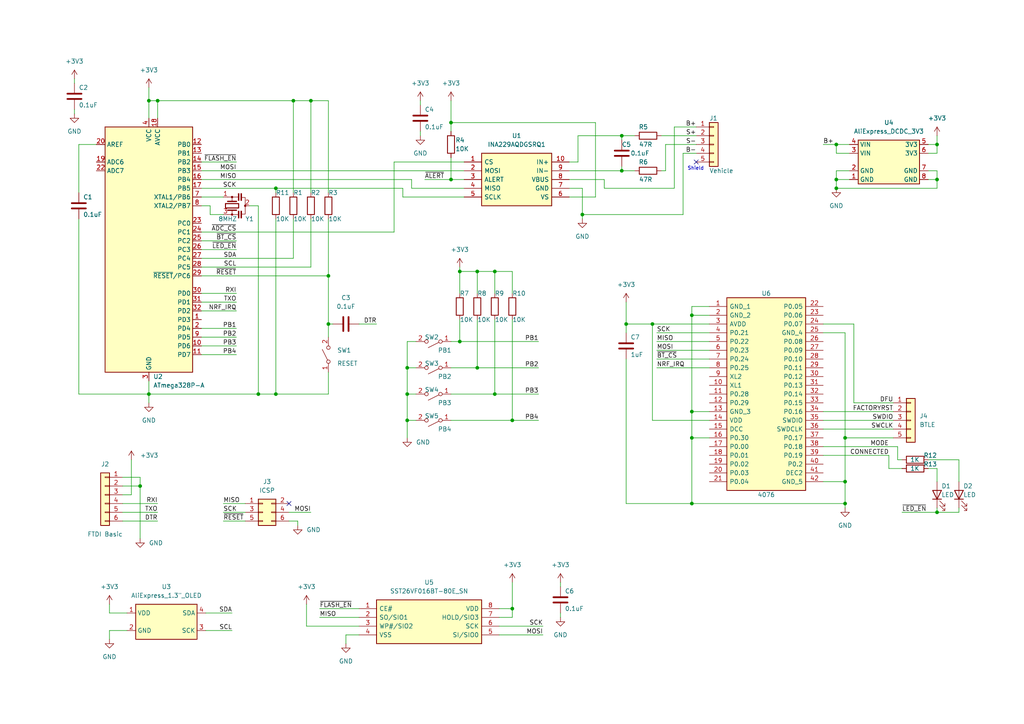
<source format=kicad_sch>
(kicad_sch (version 20211123) (generator eeschema)
  (paper "A4")
  (title_block (rev "1.1"))
  (lib_symbols
    (symbol "Ben:AliExpress_1.3{dblquote}_OLED"
      (property "Reference" "U3" (at 0 7.62 0))
      (property "Value" "AliExpress_1.3\"_OLED" (at 0 -7.62 0))
      (symbol "AliExpress_1.3{dblquote}_OLED_0_1"
        (rectangle (start -8.89 5.08) (end 8.89 -5.08) (stroke (width 0.254)) (fill (type background)))
      )
      (symbol "AliExpress_1.3{dblquote}_OLED_1_1"
        (pin power_in line (at -11.43 2.54 0) (length 2.54) (name "VDD") (number "1"))
        (pin power_in line (at -11.43 -2.54 0) (length 2.54) (name "GND") (number "2"))
        (pin input line (at 11.43 -2.54 180) (length 2.54) (name "SCK") (number "3"))
        (pin bidirectional line (at 11.43 2.54 180) (length 2.54) (name "SDA") (number "4"))
      )
    )
    (symbol "Ben:AliExpress_DCDC_3V3"
      (property "Reference" "U4" (at 0 11.43 0))
      (property "Value" "AliExpress_DCDC_3V3" (at 0 8.89 0))
      (symbol "AliExpress_DCDC_3V3_0_1"
        (rectangle (start -8.89 6.35) (end 8.89 -6.35) (stroke (width 0.254)) (fill (type background)))
      )
      (symbol "AliExpress_DCDC_3V3_1_1"
        (pin power_in line (at -11.43 5.08 0) (length 2.54) (name "GND") (number "1"))
        (pin power_in line (at -11.43 2.54 0) (length 2.54) (name "GND") (number "2"))
        (pin power_in line (at -11.43 -2.54 0) (length 2.54) (name "VIN") (number "3"))
        (pin power_in line (at -11.43 -5.08 0) (length 2.54) (name "VIN") (number "4"))
        (pin power_out line (at 11.43 -5.08 180) (length 2.54) (name "3V3") (number "5"))
        (pin power_out line (at 11.43 -2.54 180) (length 2.54) (name "3V3") (number "6"))
        (pin power_out line (at 11.43 2.54 180) (length 2.54) (name "GND") (number "7"))
        (pin power_out line (at 11.43 5.08 180) (length 2.54) (name "GND") (number "8"))
      )
    )
    (symbol "Connector_Generic:Conn_01x05" (pin_names (offset 1.016) hide)
      (property "Reference" "J" (at 0 7.62 0))
      (property "Value" "Conn_01x05" (at 0 -7.62 0))
      (symbol "Conn_01x05_1_1"
        (rectangle (start -1.27 -4.953) (end 0 -5.207) (stroke (width 0.1524)))
        (rectangle (start -1.27 -2.413) (end 0 -2.667) (stroke (width 0.1524)))
        (rectangle (start -1.27 0.127) (end 0 -0.127) (stroke (width 0.1524)))
        (rectangle (start -1.27 2.667) (end 0 2.413) (stroke (width 0.1524)))
        (rectangle (start -1.27 5.207) (end 0 4.953) (stroke (width 0.1524)))
        (rectangle (start -1.27 6.35) (end 1.27 -6.35) (stroke (width 0.254)) (fill (type background)))
        (pin passive line (at -5.08 5.08 0) (length 3.81) (name "Pin_1") (number "1"))
        (pin passive line (at -5.08 2.54 0) (length 3.81) (name "Pin_2") (number "2"))
        (pin passive line (at -5.08 0 0) (length 3.81) (name "Pin_3") (number "3"))
        (pin passive line (at -5.08 -2.54 0) (length 3.81) (name "Pin_4") (number "4"))
        (pin passive line (at -5.08 -5.08 0) (length 3.81) (name "Pin_5") (number "5"))
      )
    )
    (symbol "Connector_Generic:Conn_01x06" (pin_names (offset 1.016) hide)
      (property "Reference" "J" (at 0 7.62 0))
      (property "Value" "Conn_01x06" (at 0 -10.16 0))
      (symbol "Conn_01x06_1_1"
        (rectangle (start -1.27 -7.493) (end 0 -7.747) (stroke (width 0.1524)))
        (rectangle (start -1.27 -4.953) (end 0 -5.207) (stroke (width 0.1524)))
        (rectangle (start -1.27 -2.413) (end 0 -2.667) (stroke (width 0.1524)))
        (rectangle (start -1.27 0.127) (end 0 -0.127) (stroke (width 0.1524)))
        (rectangle (start -1.27 2.667) (end 0 2.413) (stroke (width 0.1524)))
        (rectangle (start -1.27 5.207) (end 0 4.953) (stroke (width 0.1524)))
        (rectangle (start -1.27 6.35) (end 1.27 -8.89) (stroke (width 0.254)) (fill (type background)))
        (pin passive line (at -5.08 5.08 0) (length 3.81) (name "Pin_1") (number "1"))
        (pin passive line (at -5.08 2.54 0) (length 3.81) (name "Pin_2") (number "2"))
        (pin passive line (at -5.08 0 0) (length 3.81) (name "Pin_3") (number "3"))
        (pin passive line (at -5.08 -2.54 0) (length 3.81) (name "Pin_4") (number "4"))
        (pin passive line (at -5.08 -5.08 0) (length 3.81) (name "Pin_5") (number "5"))
        (pin passive line (at -5.08 -7.62 0) (length 3.81) (name "Pin_6") (number "6"))
      )
    )
    (symbol "Connector_Generic:Conn_02x03_Odd_Even" (pin_names (offset 1.016) hide)
      (property "Reference" "J" (at 1.27 5.08 0))
      (property "Value" "Conn_02x03_Odd_Even" (at 1.27 -5.08 0))
      (symbol "Conn_02x03_Odd_Even_1_1"
        (rectangle (start -1.27 -2.413) (end 0 -2.667) (stroke (width 0.1524)))
        (rectangle (start -1.27 0.127) (end 0 -0.127) (stroke (width 0.1524)))
        (rectangle (start -1.27 2.667) (end 0 2.413) (stroke (width 0.1524)))
        (rectangle (start -1.27 3.81) (end 3.81 -3.81) (stroke (width 0.254)) (fill (type background)))
        (rectangle (start 3.81 -2.413) (end 2.54 -2.667) (stroke (width 0.1524)))
        (rectangle (start 3.81 0.127) (end 2.54 -0.127) (stroke (width 0.1524)))
        (rectangle (start 3.81 2.667) (end 2.54 2.413) (stroke (width 0.1524)))
        (pin passive line (at -5.08 2.54 0) (length 3.81) (name "Pin_1") (number "1"))
        (pin passive line (at 7.62 2.54 180) (length 3.81) (name "Pin_2") (number "2"))
        (pin passive line (at -5.08 0 0) (length 3.81) (name "Pin_3") (number "3"))
        (pin passive line (at 7.62 0 180) (length 3.81) (name "Pin_4") (number "4"))
        (pin passive line (at -5.08 -2.54 0) (length 3.81) (name "Pin_5") (number "5"))
        (pin passive line (at 7.62 -2.54 180) (length 3.81) (name "Pin_6") (number "6"))
      )
    )
    (symbol "Device:C" (pin_numbers hide) (pin_names (offset 0.254))
      (property "Reference" "C" (at 0.635 2.54 0))
      (property "Value" "C" (at 0.635 -2.54 0))
      (symbol "C_0_1"
        (polyline (pts (xy -2.032 -0.762) (xy 2.032 -0.762)) (stroke (width 0.508)))
        (polyline (pts (xy -2.032 0.762) (xy 2.032 0.762)) (stroke (width 0.508)))
      )
      (symbol "C_1_1"
        (pin passive line (at 0 3.81 270) (length 2.794) (name "~") (number "1"))
        (pin passive line (at 0 -3.81 90) (length 2.794) (name "~") (number "2"))
      )
    )
    (symbol "Device:LED" (pin_numbers hide) (pin_names (offset 1.016) hide)
      (property "Reference" "D" (at 0 2.54 0))
      (property "Value" "LED" (at 0 -2.54 0))
      (symbol "LED_0_1"
        (polyline (pts (xy -1.27 -1.27) (xy -1.27 1.27)) (stroke (width 0.254)))
        (polyline (pts (xy -1.27 0) (xy 1.27 0)))
        (polyline (pts (xy 1.27 -1.27) (xy 1.27 1.27) (xy -1.27 0) (xy 1.27 -1.27)) (stroke (width 0.254)))
        (polyline (pts (xy -3.048 -0.762) (xy -4.572 -2.286) (xy -3.81 -2.286) (xy -4.572 -2.286) (xy -4.572 -1.524)))
        (polyline (pts (xy -1.778 -0.762) (xy -3.302 -2.286) (xy -2.54 -2.286) (xy -3.302 -2.286) (xy -3.302 -1.524)))
      )
      (symbol "LED_1_1"
        (pin passive line (at -3.81 0 0) (length 2.54) (name "K") (number "1"))
        (pin passive line (at 3.81 0 180) (length 2.54) (name "A") (number "2"))
      )
    )
    (symbol "Device:R" (pin_numbers hide) (pin_names (offset 0))
      (property "Reference" "R" (at 2.032 0 90))
      (property "Value" "R" (at 0 0 90))
      (symbol "R_0_1"
        (rectangle (start -1.016 -2.54) (end 1.016 2.54) (stroke (width 0.254)))
      )
      (symbol "R_1_1"
        (pin passive line (at 0 3.81 270) (length 1.27) (name "~") (number "1"))
        (pin passive line (at 0 -3.81 90) (length 1.27) (name "~") (number "2"))
      )
    )
    (symbol "Device:Resonator_Small" (pin_names (offset 1.016) hide)
      (property "Reference" "Y" (at 3.175 1.905 0))
      (property "Value" "Resonator_Small" (at 3.175 0 0))
      (symbol "Resonator_Small_0_1"
        (rectangle (start -3.556 -2.54) (end -1.524 -2.794) (fill (type outline)))
        (rectangle (start -3.556 -1.778) (end -1.524 -2.032) (fill (type outline)))
        (circle (center -2.54 0) (radius 0.254) (fill (type outline)))
        (rectangle (start -0.635 1.905) (end 0.635 -1.905) (stroke (width 0.3048)))
        (circle (center 0 -3.81) (radius 0.254) (fill (type outline)))
        (polyline (pts (xy -2.54 -1.778) (xy -2.54 0)))
        (polyline (pts (xy -2.54 0) (xy -1.397 0)))
        (polyline (pts (xy -2.54 1.27) (xy -2.54 0)))
        (polyline (pts (xy -1.27 -1.27) (xy -1.27 1.27)) (stroke (width 0.381)))
        (polyline (pts (xy 1.27 -1.27) (xy 1.27 1.27)) (stroke (width 0.381)))
        (polyline (pts (xy 1.27 0) (xy 2.54 0)))
        (polyline (pts (xy 2.54 0) (xy 2.54 -1.778)))
        (polyline (pts (xy 2.54 1.27) (xy 2.54 0)))
        (polyline (pts (xy 2.413 -2.794) (xy 2.413 -3.81) (xy -2.413 -3.81) (xy -2.413 -2.667)))
        (rectangle (start 1.524 -2.54) (end 3.556 -2.794) (fill (type outline)))
        (rectangle (start 1.524 -1.778) (end 3.556 -2.032) (fill (type outline)))
        (circle (center 2.54 0) (radius 0.254) (fill (type outline)))
      )
      (symbol "Resonator_Small_1_1"
        (pin passive line (at -2.54 2.54 270) (length 1.27) (name "1") (number "1"))
        (pin passive line (at 0 -5.08 90) (length 1.27) (name "2") (number "2"))
        (pin passive line (at 2.54 2.54 270) (length 1.27) (name "3") (number "3"))
      )
    )
    (symbol "MCU_Microchip_ATmega:ATmega328P-A"
      (property "Reference" "U" (at -12.7 36.83 0))
      (property "Value" "ATmega328P-A" (at 2.54 -36.83 0))
      (symbol "ATmega328P-A_0_1"
        (rectangle (start -12.7 -35.56) (end 12.7 35.56) (stroke (width 0.254)) (fill (type background)))
      )
      (symbol "ATmega328P-A_1_1"
        (pin bidirectional line (at 15.24 -20.32 180) (length 2.54) (name "PD3") (number "1"))
        (pin bidirectional line (at 15.24 -27.94 180) (length 2.54) (name "PD6") (number "10"))
        (pin bidirectional line (at 15.24 -30.48 180) (length 2.54) (name "PD7") (number "11"))
        (pin bidirectional line (at 15.24 30.48 180) (length 2.54) (name "PB0") (number "12"))
        (pin bidirectional line (at 15.24 27.94 180) (length 2.54) (name "PB1") (number "13"))
        (pin bidirectional line (at 15.24 25.4 180) (length 2.54) (name "PB2") (number "14"))
        (pin bidirectional line (at 15.24 22.86 180) (length 2.54) (name "PB3") (number "15"))
        (pin bidirectional line (at 15.24 20.32 180) (length 2.54) (name "PB4") (number "16"))
        (pin bidirectional line (at 15.24 17.78 180) (length 2.54) (name "PB5") (number "17"))
        (pin power_in line (at 2.54 38.1 270) (length 2.54) (name "AVCC") (number "18"))
        (pin input line (at -15.24 25.4 0) (length 2.54) (name "ADC6") (number "19"))
        (pin bidirectional line (at 15.24 -22.86 180) (length 2.54) (name "PD4") (number "2"))
        (pin passive line (at -15.24 30.48 0) (length 2.54) (name "AREF") (number "20"))
        (pin passive line (at 0 -38.1 90) (length 2.54) hide (name "GND") (number "21"))
        (pin input line (at -15.24 22.86 0) (length 2.54) (name "ADC7") (number "22"))
        (pin bidirectional line (at 15.24 7.62 180) (length 2.54) (name "PC0") (number "23"))
        (pin bidirectional line (at 15.24 5.08 180) (length 2.54) (name "PC1") (number "24"))
        (pin bidirectional line (at 15.24 2.54 180) (length 2.54) (name "PC2") (number "25"))
        (pin bidirectional line (at 15.24 0 180) (length 2.54) (name "PC3") (number "26"))
        (pin bidirectional line (at 15.24 -2.54 180) (length 2.54) (name "PC4") (number "27"))
        (pin bidirectional line (at 15.24 -5.08 180) (length 2.54) (name "PC5") (number "28"))
        (pin bidirectional line (at 15.24 -7.62 180) (length 2.54) (name "~{RESET}/PC6") (number "29"))
        (pin power_in line (at 0 -38.1 90) (length 2.54) (name "GND") (number "3"))
        (pin bidirectional line (at 15.24 -12.7 180) (length 2.54) (name "PD0") (number "30"))
        (pin bidirectional line (at 15.24 -15.24 180) (length 2.54) (name "PD1") (number "31"))
        (pin bidirectional line (at 15.24 -17.78 180) (length 2.54) (name "PD2") (number "32"))
        (pin power_in line (at 0 38.1 270) (length 2.54) (name "VCC") (number "4"))
        (pin passive line (at 0 -38.1 90) (length 2.54) hide (name "GND") (number "5"))
        (pin passive line (at 0 38.1 270) (length 2.54) hide (name "VCC") (number "6"))
        (pin bidirectional line (at 15.24 15.24 180) (length 2.54) (name "XTAL1/PB6") (number "7"))
        (pin bidirectional line (at 15.24 12.7 180) (length 2.54) (name "XTAL2/PB7") (number "8"))
        (pin bidirectional line (at 15.24 -25.4 180) (length 2.54) (name "PD5") (number "9"))
      )
    )
    (symbol "SamacSys_Parts:4076" (pin_names (offset 0.762))
      (property "Reference" "nRF51822_BTLE_Module" (at 16.51 -54.61 0))
      (property "Value" "4076" (at 16.51 5.08 0))
      (symbol "4076_0_0"
        (pin passive line (at 0 0 0) (length 5.08) (name "GND_1") (number "1"))
        (pin passive line (at 0 -22.86 0) (length 5.08) (name "XL1") (number "10"))
        (pin passive line (at 0 -25.4 0) (length 5.08) (name "P0.28") (number "11"))
        (pin passive line (at 0 -27.94 0) (length 5.08) (name "P0.29") (number "12"))
        (pin passive line (at 0 -30.48 0) (length 5.08) (name "GND_3") (number "13"))
        (pin passive line (at 0 -33.02 0) (length 5.08) (name "VDD") (number "14"))
        (pin passive line (at 0 -35.56 0) (length 5.08) (name "DCC") (number "15"))
        (pin passive line (at 0 -38.1 0) (length 5.08) (name "P0.30") (number "16"))
        (pin passive line (at 0 -40.64 0) (length 5.08) (name "P0.00") (number "17"))
        (pin passive line (at 0 -43.18 0) (length 5.08) (name "P0.01") (number "18"))
        (pin passive line (at 0 -45.72 0) (length 5.08) (name "P0.02") (number "19"))
        (pin passive line (at 0 -2.54 0) (length 5.08) (name "GND_2") (number "2"))
        (pin passive line (at 0 -48.26 0) (length 5.08) (name "P0.03") (number "20"))
        (pin passive line (at 0 -50.8 0) (length 5.08) (name "P0.04") (number "21"))
        (pin passive line (at 33.02 0 180) (length 5.08) (name "P0.05") (number "22"))
        (pin passive line (at 33.02 -2.54 180) (length 5.08) (name "P0.06") (number "23"))
        (pin passive line (at 33.02 -5.08 180) (length 5.08) (name "P0.07") (number "24"))
        (pin passive line (at 33.02 -7.62 180) (length 5.08) (name "GND_4") (number "25"))
        (pin passive line (at 33.02 -10.16 180) (length 5.08) (name "P0.08") (number "26"))
        (pin passive line (at 33.02 -12.7 180) (length 5.08) (name "P0.09") (number "27"))
        (pin passive line (at 33.02 -15.24 180) (length 5.08) (name "P0.10") (number "28"))
        (pin passive line (at 33.02 -17.78 180) (length 5.08) (name "P0.11") (number "29"))
        (pin passive line (at 0 -5.08 0) (length 5.08) (name "AVDD") (number "3"))
        (pin passive line (at 33.02 -20.32 180) (length 5.08) (name "P0.12") (number "30"))
        (pin passive line (at 33.02 -22.86 180) (length 5.08) (name "P0.13") (number "31"))
        (pin passive line (at 33.02 -25.4 180) (length 5.08) (name "P0.14") (number "32"))
        (pin passive line (at 33.02 -27.94 180) (length 5.08) (name "P0.15") (number "33"))
        (pin passive line (at 33.02 -30.48 180) (length 5.08) (name "P0.16") (number "34"))
        (pin passive line (at 33.02 -33.02 180) (length 5.08) (name "SWDIO") (number "35"))
        (pin passive line (at 33.02 -35.56 180) (length 5.08) (name "SWDCLK") (number "36"))
        (pin passive line (at 33.02 -38.1 180) (length 5.08) (name "P0.17") (number "37"))
        (pin passive line (at 33.02 -40.64 180) (length 5.08) (name "P0.18") (number "38"))
        (pin passive line (at 33.02 -43.18 180) (length 5.08) (name "P0.19") (number "39"))
        (pin passive line (at 0 -7.62 0) (length 5.08) (name "P0.21") (number "4"))
        (pin passive line (at 33.02 -45.72 180) (length 5.08) (name "P0.2") (number "40"))
        (pin passive line (at 33.02 -48.26 180) (length 5.08) (name "DEC2") (number "41"))
        (pin passive line (at 33.02 -50.8 180) (length 5.08) (name "GND_5") (number "42"))
        (pin passive line (at 0 -10.16 0) (length 5.08) (name "P0.22") (number "5"))
        (pin passive line (at 0 -12.7 0) (length 5.08) (name "P0.23") (number "6"))
        (pin passive line (at 0 -15.24 0) (length 5.08) (name "P0.24") (number "7"))
        (pin passive line (at 0 -17.78 0) (length 5.08) (name "P0.25") (number "8"))
        (pin passive line (at 0 -20.32 0) (length 5.08) (name "XL2") (number "9"))
      )
      (symbol "4076_0_1"
        (polyline (pts (xy 5.08 2.54) (xy 27.94 2.54) (xy 27.94 -53.34) (xy 5.08 -53.34) (xy 5.08 2.54)) (stroke (width 0.254)) (fill (type background)))
      )
    )
    (symbol "SamacSys_Parts:INA229AQDGSRQ1" (pin_names (offset 0.762))
      (property "Reference" "U1" (at 15.24 7.62 0))
      (property "Value" "INA229AQDGSRQ1" (at 15.24 5.08 0))
      (symbol "INA229AQDGSRQ1_0_0"
        (pin passive line (at 0 0 0) (length 5.08) (name "CS") (number "1"))
        (pin passive line (at 30.48 0 180) (length 5.08) (name "IN+") (number "10"))
        (pin passive line (at 0 -2.54 0) (length 5.08) (name "MOSI") (number "2"))
        (pin passive line (at 0 -5.08 0) (length 5.08) (name "ALERT") (number "3"))
        (pin passive line (at 0 -7.62 0) (length 5.08) (name "MISO") (number "4"))
        (pin passive line (at 0 -10.16 0) (length 5.08) (name "SCLK") (number "5"))
        (pin passive line (at 30.48 -10.16 180) (length 5.08) (name "VS") (number "6"))
        (pin passive line (at 30.48 -7.62 180) (length 5.08) (name "GND") (number "7"))
        (pin passive line (at 30.48 -5.08 180) (length 5.08) (name "VBUS") (number "8"))
        (pin passive line (at 30.48 -2.54 180) (length 5.08) (name "IN-") (number "9"))
      )
      (symbol "INA229AQDGSRQ1_0_1"
        (polyline (pts (xy 5.08 2.54) (xy 25.4 2.54) (xy 25.4 -12.7) (xy 5.08 -12.7) (xy 5.08 2.54)) (stroke (width 0.254)) (fill (type background)))
      )
    )
    (symbol "SamacSys_Parts:SST26VF016BT-80E_SN" (pin_names (offset 0.762))
      (property "Reference" "IC?" (at 20.32 7.62 0))
      (property "Value" "SST26VF016BT-80E_SN" (at 20.32 5.08 0))
      (symbol "SST26VF016BT-80E_SN_0_0"
        (pin passive line (at 0 0 0) (length 5.08) (name "CE#") (number "1"))
        (pin passive line (at 0 -2.54 0) (length 5.08) (name "SO/SIO1") (number "2"))
        (pin passive line (at 0 -5.08 0) (length 5.08) (name "WP#/SIO2") (number "3"))
        (pin passive line (at 0 -7.62 0) (length 5.08) (name "VSS") (number "4"))
        (pin passive line (at 40.64 -7.62 180) (length 5.08) (name "SI/SIO0") (number "5"))
        (pin passive line (at 40.64 -5.08 180) (length 5.08) (name "SCK") (number "6"))
        (pin passive line (at 40.64 -2.54 180) (length 5.08) (name "HOLD/SIO3") (number "7"))
        (pin passive line (at 40.64 0 180) (length 5.08) (name "VDD") (number "8"))
      )
      (symbol "SST26VF016BT-80E_SN_0_1"
        (polyline (pts (xy 5.08 2.54) (xy 35.56 2.54) (xy 35.56 -10.16) (xy 5.08 -10.16) (xy 5.08 2.54)) (stroke (width 0.254)) (fill (type background)))
      )
    )
    (symbol "Switch:SW_SPST" (pin_names (offset 0) hide)
      (property "Reference" "SW" (at 0 3.175 0))
      (property "Value" "SW_SPST" (at 0 -2.54 0))
      (symbol "SW_SPST_0_0"
        (circle (center -2.032 0) (radius 0.508))
        (polyline (pts (xy -1.524 0.254) (xy 1.524 1.778)))
        (circle (center 2.032 0) (radius 0.508))
      )
      (symbol "SW_SPST_1_1"
        (pin passive line (at -5.08 0 0) (length 2.54) (name "A") (number "1"))
        (pin passive line (at 5.08 0 180) (length 2.54) (name "B") (number "2"))
      )
    )
    (symbol "power:+3.3V" (power) (pin_names (offset 0))
      (property "Value" "+3.3V" (at 0 3.556 0))
      (symbol "+3.3V_0_1"
        (polyline (pts (xy -0.762 1.27) (xy 0 2.54)))
        (polyline (pts (xy 0 0) (xy 0 2.54)))
        (polyline (pts (xy 0 2.54) (xy 0.762 1.27)))
      )
      (symbol "+3.3V_1_1"
        (pin power_in line (at 0 0 90) (length 0) hide (name "+3V3") (number "1"))
      )
    )
    (symbol "power:GND" (power) (pin_names (offset 0))
      (property "Value" "GND" (at 0 -3.81 0))
      (symbol "GND_0_1"
        (polyline (pts (xy 0 0) (xy 0 -1.27) (xy 1.27 -1.27) (xy 0 -2.54) (xy -1.27 -1.27) (xy 0 -1.27)))
      )
      (symbol "GND_1_1"
        (pin power_in line (at 0 0 270) (length 0) hide (name "GND") (number "1"))
      )
    )
  )
  (junction (at 138.43 106.68))
  (junction (at 74.93 114.3))
  (junction (at 245.11 139.7))
  (junction (at 43.18 114.3))
  (junction (at 143.51 114.3))
  (junction (at 85.09 29.21))
  (junction (at 271.78 52.07))
  (junction (at 138.43 78.74))
  (junction (at 80.01 54.61))
  (junction (at 118.11 121.92))
  (junction (at 40.64 140.97))
  (junction (at 242.57 54.61))
  (junction (at 168.91 62.23))
  (junction (at 45.72 29.21))
  (junction (at 80.01 114.3))
  (junction (at 189.23 93.98))
  (junction (at 271.78 41.91))
  (junction (at 245.11 127))
  (junction (at 200.66 91.44))
  (junction (at 242.57 52.07))
  (junction (at 133.35 78.74))
  (junction (at 118.11 106.68))
  (junction (at 148.59 121.92))
  (junction (at 148.59 176.53))
  (junction (at 118.11 114.3))
  (junction (at 130.81 35.56))
  (junction (at 180.34 39.37))
  (junction (at 181.61 93.98))
  (junction (at 245.11 146.05))
  (junction (at 133.35 99.06))
  (junction (at 200.66 127))
  (junction (at 200.66 119.38))
  (junction (at 130.81 52.07))
  (junction (at 95.25 93.98))
  (junction (at 43.18 29.21))
  (junction (at 271.78 148.59))
  (junction (at 90.17 29.21))
  (junction (at 242.57 41.91))
  (junction (at 200.66 146.05))
  (junction (at 143.51 78.74))
  (junction (at 95.25 80.01))
  (junction (at 180.34 49.53))
  (no_connect (at 83.82 146.05))
  (no_connect (at 201.93 46.99))
  (wire (pts (xy 95.25 93.98) (xy 96.52 93.98)))
  (wire (pts (xy 58.42 54.61) (xy 80.01 54.61)))
  (wire (pts (xy 165.1 46.99) (xy 167.64 46.99)))
  (wire (pts (xy 21.59 31.75) (xy 21.59 33.02)))
  (wire (pts (xy 180.34 48.26) (xy 180.34 49.53)))
  (wire (pts (xy 85.09 63.5) (xy 85.09 74.93)))
  (wire (pts (xy 58.42 85.09) (xy 68.58 85.09)))
  (wire (pts (xy 60.96 62.23) (xy 60.96 59.69)))
  (wire (pts (xy 181.61 104.14) (xy 181.61 146.05)))
  (wire (pts (xy 246.38 49.53) (xy 242.57 49.53)))
  (wire (pts (xy 238.76 129.54) (xy 260.35 129.54)))
  (wire (pts (xy 168.91 54.61) (xy 168.91 62.23)))
  (wire (pts (xy 190.5 101.6) (xy 205.74 101.6)))
  (wire (pts (xy 238.76 41.91) (xy 242.57 41.91)))
  (wire (pts (xy 31.75 175.26) (xy 31.75 177.8)))
  (wire (pts (xy 172.72 35.56) (xy 172.72 57.15)))
  (wire (pts (xy 242.57 49.53) (xy 242.57 52.07)))
  (wire (pts (xy 119.38 54.61) (xy 134.62 54.61)))
  (wire (pts (xy 193.04 49.53) (xy 191.77 49.53)))
  (wire (pts (xy 238.76 139.7) (xy 245.11 139.7)))
  (wire (pts (xy 167.64 46.99) (xy 167.64 39.37)))
  (wire (pts (xy 118.11 121.92) (xy 120.65 121.92)))
  (wire (pts (xy 247.65 93.98) (xy 247.65 116.84)))
  (wire (pts (xy 190.5 99.06) (xy 205.74 99.06)))
  (wire (pts (xy 123.19 52.07) (xy 130.81 52.07)))
  (wire (pts (xy 148.59 78.74) (xy 143.51 78.74)))
  (wire (pts (xy 138.43 106.68) (xy 138.43 92.71)))
  (wire (pts (xy 190.5 96.52) (xy 205.74 96.52)))
  (wire (pts (xy 148.59 176.53) (xy 148.59 179.07)))
  (wire (pts (xy 271.78 44.45) (xy 269.24 44.45)))
  (wire (pts (xy 138.43 78.74) (xy 133.35 78.74)))
  (wire (pts (xy 58.42 49.53) (xy 134.62 49.53)))
  (wire (pts (xy 80.01 63.5) (xy 80.01 114.3)))
  (wire (pts (xy 271.78 147.32) (xy 271.78 148.59)))
  (wire (pts (xy 271.78 52.07) (xy 269.24 52.07)))
  (wire (pts (xy 130.81 114.3) (xy 143.51 114.3)))
  (wire (pts (xy 130.81 38.1) (xy 130.81 35.56)))
  (wire (pts (xy 58.42 100.33) (xy 68.58 100.33)))
  (wire (pts (xy 138.43 78.74) (xy 138.43 85.09)))
  (wire (pts (xy 114.3 46.99) (xy 134.62 46.99)))
  (wire (pts (xy 43.18 110.49) (xy 43.18 114.3)))
  (wire (pts (xy 90.17 77.47) (xy 90.17 63.5)))
  (wire (pts (xy 95.25 93.98) (xy 95.25 97.79)))
  (wire (pts (xy 189.23 93.98) (xy 189.23 121.92)))
  (wire (pts (xy 118.11 106.68) (xy 118.11 114.3)))
  (wire (pts (xy 22.86 41.91) (xy 22.86 55.88)))
  (wire (pts (xy 242.57 44.45) (xy 242.57 41.91)))
  (wire (pts (xy 247.65 116.84) (xy 259.08 116.84)))
  (wire (pts (xy 195.58 36.83) (xy 201.93 36.83)))
  (wire (pts (xy 201.93 44.45) (xy 198.12 44.45)))
  (wire (pts (xy 130.81 29.21) (xy 130.81 35.56)))
  (wire (pts (xy 238.76 96.52) (xy 245.11 96.52)))
  (wire (pts (xy 200.66 127) (xy 200.66 146.05)))
  (wire (pts (xy 64.77 62.23) (xy 60.96 62.23)))
  (wire (pts (xy 80.01 54.61) (xy 116.84 54.61)))
  (wire (pts (xy 245.11 147.32) (xy 245.11 146.05)))
  (wire (pts (xy 245.11 127) (xy 259.08 127)))
  (wire (pts (xy 45.72 146.05) (xy 35.56 146.05)))
  (wire (pts (xy 58.42 90.17) (xy 68.58 90.17)))
  (wire (pts (xy 271.78 148.59) (xy 278.13 148.59)))
  (wire (pts (xy 278.13 148.59) (xy 278.13 147.32)))
  (wire (pts (xy 58.42 87.63) (xy 68.58 87.63)))
  (wire (pts (xy 181.61 146.05) (xy 200.66 146.05)))
  (wire (pts (xy 45.72 29.21) (xy 85.09 29.21)))
  (wire (pts (xy 119.38 52.07) (xy 119.38 54.61)))
  (wire (pts (xy 257.81 132.08) (xy 257.81 135.89)))
  (wire (pts (xy 100.33 186.69) (xy 100.33 184.15)))
  (wire (pts (xy 260.35 133.35) (xy 261.62 133.35)))
  (wire (pts (xy 59.69 182.88) (xy 67.31 182.88)))
  (wire (pts (xy 31.75 177.8) (xy 36.83 177.8)))
  (wire (pts (xy 116.84 54.61) (xy 116.84 57.15)))
  (wire (pts (xy 162.56 168.91) (xy 162.56 170.18)))
  (wire (pts (xy 269.24 135.89) (xy 271.78 135.89)))
  (wire (pts (xy 148.59 121.92) (xy 156.21 121.92)))
  (wire (pts (xy 130.81 106.68) (xy 138.43 106.68)))
  (wire (pts (xy 95.25 107.95) (xy 95.25 114.3)))
  (wire (pts (xy 189.23 121.92) (xy 205.74 121.92)))
  (wire (pts (xy 58.42 80.01) (xy 95.25 80.01)))
  (wire (pts (xy 168.91 62.23) (xy 168.91 63.5)))
  (wire (pts (xy 200.66 119.38) (xy 205.74 119.38)))
  (wire (pts (xy 130.81 121.92) (xy 148.59 121.92)))
  (wire (pts (xy 144.78 181.61) (xy 157.48 181.61)))
  (wire (pts (xy 27.94 41.91) (xy 22.86 41.91)))
  (wire (pts (xy 200.66 88.9) (xy 205.74 88.9)))
  (wire (pts (xy 238.76 93.98) (xy 247.65 93.98)))
  (wire (pts (xy 198.12 44.45) (xy 198.12 62.23)))
  (wire (pts (xy 261.62 148.59) (xy 271.78 148.59)))
  (wire (pts (xy 165.1 52.07) (xy 175.26 52.07)))
  (wire (pts (xy 271.78 39.37) (xy 271.78 41.91)))
  (wire (pts (xy 246.38 44.45) (xy 242.57 44.45)))
  (wire (pts (xy 121.92 38.1) (xy 121.92 39.37)))
  (wire (pts (xy 58.42 102.87) (xy 68.58 102.87)))
  (wire (pts (xy 116.84 57.15) (xy 134.62 57.15)))
  (wire (pts (xy 120.65 106.68) (xy 118.11 106.68)))
  (wire (pts (xy 90.17 29.21) (xy 90.17 55.88)))
  (wire (pts (xy 205.74 91.44) (xy 200.66 91.44)))
  (wire (pts (xy 118.11 106.68) (xy 118.11 99.06)))
  (wire (pts (xy 58.42 72.39) (xy 68.58 72.39)))
  (wire (pts (xy 35.56 138.43) (xy 40.64 138.43)))
  (wire (pts (xy 74.93 59.69) (xy 74.93 114.3)))
  (wire (pts (xy 100.33 184.15) (xy 104.14 184.15)))
  (wire (pts (xy 80.01 54.61) (xy 80.01 55.88)))
  (wire (pts (xy 175.26 52.07) (xy 175.26 54.61)))
  (wire (pts (xy 193.04 41.91) (xy 201.93 41.91)))
  (wire (pts (xy 130.81 52.07) (xy 130.81 45.72)))
  (wire (pts (xy 271.78 41.91) (xy 271.78 44.45)))
  (wire (pts (xy 121.92 29.21) (xy 121.92 30.48)))
  (wire (pts (xy 58.42 52.07) (xy 119.38 52.07)))
  (wire (pts (xy 118.11 114.3) (xy 120.65 114.3)))
  (wire (pts (xy 180.34 40.64) (xy 180.34 39.37)))
  (wire (pts (xy 58.42 67.31) (xy 114.3 67.31)))
  (wire (pts (xy 95.25 55.88) (xy 95.25 29.21)))
  (wire (pts (xy 35.56 143.51) (xy 38.1 143.51)))
  (wire (pts (xy 83.82 151.13) (xy 86.36 151.13)))
  (wire (pts (xy 134.62 52.07) (xy 130.81 52.07)))
  (wire (pts (xy 58.42 69.85) (xy 68.58 69.85)))
  (wire (pts (xy 189.23 93.98) (xy 181.61 93.98)))
  (wire (pts (xy 148.59 121.92) (xy 148.59 92.71)))
  (wire (pts (xy 92.71 179.07) (xy 104.14 179.07)))
  (wire (pts (xy 162.56 177.8) (xy 162.56 179.07)))
  (wire (pts (xy 165.1 54.61) (xy 168.91 54.61)))
  (wire (pts (xy 59.69 177.8) (xy 67.31 177.8)))
  (wire (pts (xy 133.35 99.06) (xy 156.21 99.06)))
  (wire (pts (xy 246.38 52.07) (xy 242.57 52.07)))
  (wire (pts (xy 80.01 114.3) (xy 74.93 114.3)))
  (wire (pts (xy 143.51 114.3) (xy 156.21 114.3)))
  (wire (pts (xy 58.42 97.79) (xy 68.58 97.79)))
  (wire (pts (xy 271.78 54.61) (xy 242.57 54.61)))
  (wire (pts (xy 58.42 74.93) (xy 85.09 74.93)))
  (wire (pts (xy 64.77 146.05) (xy 71.12 146.05)))
  (wire (pts (xy 144.78 184.15) (xy 157.48 184.15)))
  (wire (pts (xy 95.25 114.3) (xy 80.01 114.3)))
  (wire (pts (xy 58.42 57.15) (xy 64.77 57.15)))
  (wire (pts (xy 35.56 140.97) (xy 40.64 140.97)))
  (wire (pts (xy 271.78 49.53) (xy 269.24 49.53)))
  (wire (pts (xy 200.66 127) (xy 205.74 127)))
  (wire (pts (xy 271.78 52.07) (xy 271.78 49.53)))
  (wire (pts (xy 175.26 54.61) (xy 195.58 54.61)))
  (wire (pts (xy 38.1 133.35) (xy 38.1 143.51)))
  (wire (pts (xy 148.59 85.09) (xy 148.59 78.74)))
  (wire (pts (xy 64.77 151.13) (xy 71.12 151.13)))
  (wire (pts (xy 167.64 39.37) (xy 180.34 39.37)))
  (wire (pts (xy 269.24 133.35) (xy 278.13 133.35)))
  (wire (pts (xy 104.14 93.98) (xy 109.22 93.98)))
  (wire (pts (xy 257.81 135.89) (xy 261.62 135.89)))
  (wire (pts (xy 83.82 148.59) (xy 90.17 148.59)))
  (wire (pts (xy 31.75 182.88) (xy 36.83 182.88)))
  (wire (pts (xy 193.04 41.91) (xy 193.04 49.53)))
  (wire (pts (xy 172.72 57.15) (xy 165.1 57.15)))
  (wire (pts (xy 180.34 49.53) (xy 184.15 49.53)))
  (wire (pts (xy 58.42 46.99) (xy 68.58 46.99)))
  (wire (pts (xy 95.25 93.98) (xy 95.25 80.01)))
  (wire (pts (xy 198.12 62.23) (xy 168.91 62.23)))
  (wire (pts (xy 195.58 54.61) (xy 195.58 36.83)))
  (wire (pts (xy 260.35 129.54) (xy 260.35 133.35)))
  (wire (pts (xy 45.72 148.59) (xy 35.56 148.59)))
  (wire (pts (xy 43.18 25.4) (xy 43.18 29.21)))
  (wire (pts (xy 133.35 99.06) (xy 130.81 99.06)))
  (wire (pts (xy 85.09 29.21) (xy 85.09 55.88)))
  (wire (pts (xy 58.42 95.25) (xy 68.58 95.25)))
  (wire (pts (xy 191.77 39.37) (xy 201.93 39.37)))
  (wire (pts (xy 190.5 104.14) (xy 205.74 104.14)))
  (wire (pts (xy 165.1 49.53) (xy 180.34 49.53)))
  (wire (pts (xy 45.72 151.13) (xy 35.56 151.13)))
  (wire (pts (xy 200.66 91.44) (xy 200.66 88.9)))
  (wire (pts (xy 43.18 29.21) (xy 45.72 29.21)))
  (wire (pts (xy 242.57 52.07) (xy 242.57 54.61)))
  (wire (pts (xy 22.86 114.3) (xy 43.18 114.3)))
  (wire (pts (xy 22.86 63.5) (xy 22.86 114.3)))
  (wire (pts (xy 130.81 35.56) (xy 172.72 35.56)))
  (wire (pts (xy 181.61 93.98) (xy 181.61 96.52)))
  (wire (pts (xy 190.5 106.68) (xy 205.74 106.68)))
  (wire (pts (xy 180.34 39.37) (xy 184.15 39.37)))
  (wire (pts (xy 133.35 78.74) (xy 133.35 85.09)))
  (wire (pts (xy 133.35 77.47) (xy 133.35 78.74)))
  (wire (pts (xy 58.42 77.47) (xy 90.17 77.47)))
  (wire (pts (xy 200.66 127) (xy 200.66 119.38)))
  (wire (pts (xy 138.43 106.68) (xy 156.21 106.68)))
  (wire (pts (xy 64.77 148.59) (xy 71.12 148.59)))
  (wire (pts (xy 88.9 181.61) (xy 104.14 181.61)))
  (wire (pts (xy 271.78 41.91) (xy 269.24 41.91)))
  (wire (pts (xy 45.72 29.21) (xy 45.72 34.29)))
  (wire (pts (xy 31.75 185.42) (xy 31.75 182.88)))
  (wire (pts (xy 245.11 146.05) (xy 200.66 146.05)))
  (wire (pts (xy 278.13 133.35) (xy 278.13 139.7)))
  (wire (pts (xy 246.38 41.91) (xy 242.57 41.91)))
  (wire (pts (xy 60.96 59.69) (xy 58.42 59.69)))
  (wire (pts (xy 271.78 135.89) (xy 271.78 139.7)))
  (wire (pts (xy 40.64 138.43) (xy 40.64 140.97)))
  (wire (pts (xy 88.9 175.26) (xy 88.9 181.61)))
  (wire (pts (xy 144.78 179.07) (xy 148.59 179.07)))
  (wire (pts (xy 40.64 140.97) (xy 40.64 156.21)))
  (wire (pts (xy 120.65 99.06) (xy 118.11 99.06)))
  (wire (pts (xy 133.35 92.71) (xy 133.35 99.06)))
  (wire (pts (xy 43.18 114.3) (xy 43.18 116.84)))
  (wire (pts (xy 95.25 29.21) (xy 90.17 29.21)))
  (wire (pts (xy 200.66 119.38) (xy 200.66 91.44)))
  (wire (pts (xy 118.11 121.92) (xy 118.11 127)))
  (wire (pts (xy 92.71 176.53) (xy 104.14 176.53)))
  (wire (pts (xy 245.11 96.52) (xy 245.11 127)))
  (wire (pts (xy 114.3 67.31) (xy 114.3 46.99)))
  (wire (pts (xy 148.59 168.91) (xy 148.59 176.53)))
  (wire (pts (xy 85.09 29.21) (xy 90.17 29.21)))
  (wire (pts (xy 271.78 52.07) (xy 271.78 54.61)))
  (wire (pts (xy 238.76 132.08) (xy 257.81 132.08)))
  (wire (pts (xy 181.61 87.63) (xy 181.61 93.98)))
  (wire (pts (xy 74.93 114.3) (xy 43.18 114.3)))
  (wire (pts (xy 245.11 127) (xy 245.11 139.7)))
  (wire (pts (xy 95.25 80.01) (xy 95.25 63.5)))
  (wire (pts (xy 143.51 114.3) (xy 143.51 92.71)))
  (wire (pts (xy 72.39 59.69) (xy 74.93 59.69)))
  (wire (pts (xy 143.51 78.74) (xy 143.51 85.09)))
  (wire (pts (xy 144.78 176.53) (xy 148.59 176.53)))
  (wire (pts (xy 238.76 119.38) (xy 259.08 119.38)))
  (wire (pts (xy 21.59 22.86) (xy 21.59 24.13)))
  (wire (pts (xy 238.76 121.92) (xy 259.08 121.92)))
  (wire (pts (xy 143.51 78.74) (xy 138.43 78.74)))
  (wire (pts (xy 205.74 93.98) (xy 189.23 93.98)))
  (wire (pts (xy 86.36 151.13) (xy 86.36 152.4)))
  (wire (pts (xy 43.18 29.21) (xy 43.18 34.29)))
  (wire (pts (xy 245.11 139.7) (xy 245.11 146.05)))
  (wire (pts (xy 238.76 124.46) (xy 259.08 124.46)))
  (wire (pts (xy 118.11 114.3) (xy 118.11 121.92)))
  (text "Shield" (at 199.39 49.53 0) (effects (font (size 1 1)) (justify left bottom)))
  (label "PB4" (at 156.21 121.92 180))
  (label "DFU" (at 259.08 116.84 180))
  (label "SCL" (at 68.58 77.47 180))
  (label "~{BT_CS}" (at 68.58 69.85 180))
  (label "~{ALERT}" (at 123.19 52.07 0))
  (label "MOSI" (at 90.17 148.59 180))
  (label "RXI" (at 45.72 146.05 180))
  (label "MOSI" (at 68.58 49.53 180))
  (label "FACTORYRST" (at 259.08 119.38 180))
  (label "B-" (at 201.93 44.45 180))
  (label "MISO" (at 68.58 52.07 180))
  (label "SDA" (at 67.31 177.8 180))
  (label "PB1" (at 68.58 95.25 180))
  (label "PB3" (at 156.21 114.3 180))
  (label "SWCLK" (at 259.08 124.46 180))
  (label "RXI" (at 68.58 85.09 180))
  (label "~{RESET}" (at 64.77 151.13 0))
  (label "MISO" (at 190.5 99.06 0))
  (label "SWDIO" (at 259.08 121.92 180))
  (label "MISO" (at 92.71 179.07 0))
  (label "~{BT_CS}" (at 190.5 104.14 0))
  (label "TXO" (at 68.58 87.63 180))
  (label "B+" (at 238.76 41.91 0))
  (label "PB4" (at 68.58 102.87 180))
  (label "~{ADC_CS}" (at 68.58 67.31 180))
  (label "S+" (at 201.93 39.37 180))
  (label "SCK" (at 68.58 54.61 180))
  (label "~{LED_EN}" (at 68.58 72.39 180))
  (label "SCK" (at 157.48 181.61 180))
  (label "NRF_IRQ" (at 68.58 90.17 180))
  (label "~{RESET}" (at 68.58 80.01 180))
  (label "~{LED_EN}" (at 261.62 148.59 0))
  (label "SCK" (at 64.77 148.59 0))
  (label "SCL" (at 67.31 182.88 180))
  (label "DTR" (at 45.72 151.13 180))
  (label "~{FLASH_EN}" (at 68.58 46.99 180))
  (label "DTR" (at 109.22 93.98 180))
  (label "CONNECTED" (at 257.81 132.08 180))
  (label "B+" (at 201.93 36.83 180))
  (label "MISO" (at 64.77 146.05 0))
  (label "S-" (at 201.93 41.91 180))
  (label "PB1" (at 156.21 99.06 180))
  (label "MOSI" (at 190.5 101.6 0))
  (label "SCK" (at 190.5 96.52 0))
  (label "~{FLASH_EN}" (at 92.71 176.53 0))
  (label "PB3" (at 68.58 100.33 180))
  (label "MODE" (at 257.81 129.54 180))
  (label "MOSI" (at 157.48 184.15 180))
  (label "SDA" (at 68.58 74.93 180))
  (label "TXO" (at 45.72 148.59 180))
  (label "PB2" (at 68.58 97.79 180))
  (label "NRF_IRQ" (at 190.5 106.68 0))
  (label "PB2" (at 156.21 106.68 180))
  (symbol (lib_id "power:GND") (at 162.56 179.07 0) (unit 1)
    (property "Reference" "#PWR06" (effects hide))
    (property "Value" "GND" (at 162.56 184.15 0))
  )
  (symbol (lib_id "power:GND") (at 21.59 33.02 0) (unit 1)
    (property "Reference" "#PWR0104" (effects hide))
    (property "Value" "GND" (at 21.59 38.1 0))
  )
  (symbol (lib_id "power:+3.3V") (at 148.59 168.91 0) (unit 1)
    (property "Reference" "#PWR04" (effects hide))
    (property "Value" "+3.3V" (at 148.59 163.83 0))
  )
  (symbol (lib_id "power:+3.3V") (at 181.61 87.63 0) (unit 1)
    (property "Reference" "#PWR0122" (effects hide))
    (property "Value" "+3.3V" (at 181.61 82.55 0))
  )
  (symbol (lib_id "Switch:SW_SPST") (at 125.73 99.06 180) (unit 1)
    (property "Reference" "SW2" (at 123.19 97.79 0) (effects (justify right)))
    (property "Value" "PB1" (at 127 101.6 0) (effects (justify right)))
    (property "Footprint" "SamacSys_Parts:TL3301BF160QJ" (effects hide))
  )
  (symbol (lib_id "power:+3.3V") (at 130.81 29.21 0) (unit 1)
    (property "Reference" "#PWR0106" (effects hide))
    (property "Value" "+3.3V" (at 130.81 24.13 0))
  )
  (symbol (lib_id "Switch:SW_SPST") (at 125.73 114.3 180) (unit 1)
    (property "Reference" "SW4" (at 123.19 113.03 0) (effects (justify right)))
    (property "Value" "PB3" (at 127 116.84 0) (effects (justify right)))
    (property "Footprint" "SamacSys_Parts:TL3301BF160QJ" (effects hide))
  )
  (symbol (lib_id "Device:R") (at 265.43 135.89 90) (unit 1)
    (property "Reference" "R13" (at 271.78 134.62 90) (effects (justify left)))
    (property "Value" "1K" (at 266.7 135.89 90) (effects (justify left)))
    (property "Footprint" "Resistor_SMD:R_0603_1608Metric_Pad0.98x0.95mm_HandSolder" (effects hide))
  )
  (symbol (lib_id "Device:R") (at 148.59 88.9 0) (unit 1)
    (property "Reference" "R10" (at 148.59 85.09 0) (effects (justify left)))
    (property "Value" "10K" (at 148.59 92.71 0) (effects (justify left)))
    (property "Footprint" "Resistor_SMD:R_0603_1608Metric_Pad0.98x0.95mm_HandSolder" (effects hide))
  )
  (symbol (lib_id "Device:Resonator_Small") (at 67.31 59.69 90) (mirror x) (unit 1)
    (property "Reference" "Y1" (at 72.39 63.5 90))
    (property "Value" "8MHZ" (at 66.04 63.5 90))
    (property "Footprint" "Crystal:Resonator_SMD_Murata_CSTxExxV-3Pin_3.0x1.1mm_HandSoldering" (effects hide))
    (property "Datasheet" "https://au.mouser.com/datasheet/2/281/murata_04192018_CSTN_CeramResonCERAL-1323383.pdf" (effects hide))
    (property "Part" "CSTNE8M00G55Z000R0" (effects hide))
  )
  (symbol (lib_id "SamacSys_Parts:INA229AQDGSRQ1") (at 134.62 46.99 0) (unit 1)
    (property "Reference" "U1" (at 149.86 39.37 0))
    (property "Value" "INA229AQDGSRQ1" (at 149.86 41.91 0))
    (property "Footprint" "SamacSys_Parts:SOP50P490X110-10N" (effects hide))
    (property "Datasheet" "https://www.ti.com/lit/ds/symlink/ina229-q1.pdf?ts=1625593362739" (effects hide))
    (property "Description" "Current & Power Monitors & Regulators AEC-Q100, 85-V, 20-bit, ultraprecise, SPI output current/voltage/power/energy/charge monitor" (effects hide))
    (property "Height" "1.1" (effects hide))
    (property "Mouser Part Number" "595-INA229AQDGSRQ1" (effects hide))
    (property "Mouser Price/Stock" "https://www.mouser.co.uk/ProductDetail/Texas-Instruments/INA229AQDGSRQ1?qs=QNEnbhJQKvYTGkxSAfXBrQ%3D%3D" (effects hide))
    (property "Manufacturer_Name" "Texas Instruments" (effects hide))
    (property "Manufacturer_Part_Number" "INA229AQDGSRQ1" (effects hide))
  )
  (symbol (lib_id "power:GND") (at 86.36 152.4 0) (unit 1)
    (property "Reference" "#PWR01" (effects hide))
    (property "Value" "GND" (at 88.9 153.6699 0) (effects (justify left)))
  )
  (symbol (lib_id "power:+3.3V") (at 21.59 22.86 0) (unit 1)
    (property "Reference" "#PWR0101" (effects hide))
    (property "Value" "+3.3V" (at 21.59 17.78 0))
  )
  (symbol (lib_id "Device:C") (at 121.92 34.29 0) (unit 1)
    (property "Reference" "C4" (at 123.19 31.75 0) (effects (justify left)))
    (property "Value" "0.1uF" (at 123.19 36.83 0) (effects (justify left)))
    (property "Footprint" "Capacitor_SMD:C_0603_1608Metric_Pad1.08x0.95mm_HandSolder" (effects hide))
  )
  (symbol (lib_id "power:GND") (at 100.33 186.69 0) (unit 1)
    (property "Reference" "#PWR03" (effects hide))
    (property "Value" "GND" (at 100.33 191.77 0))
  )
  (symbol (lib_id "Switch:SW_SPST") (at 95.25 102.87 90) (unit 1)
    (property "Reference" "SW1" (at 97.79 101.6 90) (effects (justify right)))
    (property "Value" "RESET" (at 97.79 105.41 90) (effects (justify right)))
    (property "Footprint" "SamacSys_Parts:PTS526SK15SMTR2LFS" (effects hide))
  )
  (symbol (lib_id "Ben:AliExpress_DCDC_3V3") (at 257.81 46.99 0) (mirror x) (unit 1)
    (property "Reference" "U4" (at 257.81 35.56 0))
    (property "Value" "AliExpress_DCDC_3V3" (at 257.81 38.1 0))
    (property "Footprint" "Ben:AliExpress_DCDC_SMT" (effects hide))
  )
  (symbol (lib_id "power:GND") (at 40.64 156.21 0) (unit 1)
    (property "Reference" "#PWR0115" (effects hide))
    (property "Value" "GND" (at 43.18 157.4799 0) (effects (justify left)))
  )
  (symbol (lib_id "power:+3.3V") (at 31.75 175.26 0) (unit 1)
    (property "Reference" "#PWR0108" (effects hide))
    (property "Value" "+3.3V" (at 31.75 170.18 0))
  )
  (symbol (lib_id "Ben:AliExpress_1.3{dblquote}_OLED") (at 48.26 180.34 0) (unit 1)
    (property "Reference" "U3" (at 48.26 170.18 0))
    (property "Value" "AliExpress_1.3\"_OLED" (at 48.26 172.72 0))
    (property "Footprint" "Ben:AliExpress_1.3_OLED" (effects hide))
  )
  (symbol (lib_id "power:+3.3V") (at 133.35 77.47 0) (unit 1)
    (property "Reference" "#PWR0117" (effects hide))
    (property "Value" "+3.3V" (at 133.35 72.39 0))
  )
  (symbol (lib_id "SamacSys_Parts:4076") (at 205.74 88.9 0) (unit 1)
    (property "Reference" "U6" (at 222.25 85.09 0))
    (property "Value" "4076" (at 222.25 143.51 0))
    (property "Footprint" "SamacSys_Parts:4076" (effects hide))
    (property "Datasheet" "https://cdn-shop.adafruit.com/product-files/4076/4076_specification.pdf" (effects hide))
    (property "Description" "nRF51822 Bluetooth Low Energy Module - MDBT40-256RV3" (effects hide))
    (property "Height" "2.7" (effects hide))
    (property "Mouser Part Number" "485-4076" (effects hide))
    (property "Mouser Price/Stock" "https://www.mouser.co.uk/ProductDetail/Adafruit/4076?qs=vLWxofP3U2z293Q%2F9mXb1w%3D%3D" (effects hide))
    (property "Manufacturer_Name" "Adafruit" (effects hide))
    (property "Manufacturer_Part_Number" "4076" (effects hide))
  )
  (symbol (lib_id "Device:C") (at 100.33 93.98 90) (unit 1)
    (property "Reference" "C3" (at 100.33 86.36 90))
    (property "Value" "0.1uF" (at 100.33 88.9 90))
    (property "Footprint" "Capacitor_SMD:C_0603_1608Metric_Pad1.08x0.95mm_HandSolder" (effects hide))
  )
  (symbol (lib_id "Device:R") (at 265.43 133.35 90) (unit 1)
    (property "Reference" "R12" (at 271.78 132.08 90) (effects (justify left)))
    (property "Value" "1K" (at 266.7 133.35 90) (effects (justify left)))
    (property "Footprint" "Resistor_SMD:R_0603_1608Metric_Pad0.98x0.95mm_HandSolder" (effects hide))
  )
  (symbol (lib_id "Device:C") (at 22.86 59.69 0) (unit 1)
    (property "Reference" "C1" (at 24.13 57.15 0) (effects (justify left)))
    (property "Value" "0.1uF" (at 24.13 62.23 0) (effects (justify left)))
    (property "Footprint" "Capacitor_SMD:C_0603_1608Metric_Pad1.08x0.95mm_HandSolder" (effects hide))
  )
  (symbol (lib_id "power:GND") (at 43.18 116.84 0) (unit 1)
    (property "Reference" "#PWR0103" (effects hide))
    (property "Value" "GND" (at 43.18 121.92 0))
  )
  (symbol (lib_id "Device:LED") (at 271.78 143.51 90) (unit 1)
    (property "Reference" "D1" (at 273.05 140.97 90) (effects (justify right)))
    (property "Value" "LED" (at 273.05 143.51 90) (effects (justify right)))
    (property "Footprint" "LED_SMD:LED_0603_1608Metric_Pad1.05x0.95mm_HandSolder" (effects hide))
  )
  (symbol (lib_id "Switch:SW_SPST") (at 125.73 106.68 180) (unit 1)
    (property "Reference" "SW3" (at 123.19 105.41 0) (effects (justify right)))
    (property "Value" "PB2" (at 127 109.22 0) (effects (justify right)))
    (property "Footprint" "SamacSys_Parts:TL3301BF160QJ" (effects hide))
  )
  (symbol (lib_id "Device:R") (at 95.25 59.69 0) (unit 1)
    (property "Reference" "R3" (at 95.25 55.88 0) (effects (justify left)))
    (property "Value" "10K" (at 95.25 63.5 0) (effects (justify left)))
    (property "Footprint" "Resistor_SMD:R_0603_1608Metric_Pad0.98x0.95mm_HandSolder" (effects hide))
  )
  (symbol (lib_id "power:GND") (at 118.11 127 0) (unit 1)
    (property "Reference" "#PWR0116" (effects hide))
    (property "Value" "GND" (at 120.65 128.2699 0) (effects (justify left)))
  )
  (symbol (lib_id "Connector_Generic:Conn_01x05") (at 264.16 121.92 0) (unit 1)
    (property "Reference" "J4" (at 266.7 120.6499 0) (effects (justify left)))
    (property "Value" "BTLE" (at 266.7 123.1899 0) (effects (justify left)))
    (property "Footprint" "Connector_PinHeader_2.54mm:PinHeader_1x05_P2.54mm_Vertical" (effects hide))
  )
  (symbol (lib_id "power:GND") (at 31.75 185.42 0) (unit 1)
    (property "Reference" "#PWR0110" (effects hide))
    (property "Value" "GND" (at 31.75 190.5 0))
  )
  (symbol (lib_id "Device:R") (at 80.01 59.69 0) (unit 1)
    (property "Reference" "R11" (at 80.01 55.88 0) (effects (justify left)))
    (property "Value" "10K" (at 80.01 63.5 0) (effects (justify left)))
    (property "Footprint" "Resistor_SMD:R_0603_1608Metric_Pad0.98x0.95mm_HandSolder" (effects hide))
  )
  (symbol (lib_id "Device:R") (at 133.35 88.9 0) (unit 1)
    (property "Reference" "R7" (at 133.35 85.09 0) (effects (justify left)))
    (property "Value" "10K" (at 133.35 92.71 0) (effects (justify left)))
    (property "Footprint" "Resistor_SMD:R_0603_1608Metric_Pad0.98x0.95mm_HandSolder" (effects hide))
  )
  (symbol (lib_id "Device:R") (at 138.43 88.9 0) (unit 1)
    (property "Reference" "R8" (at 138.43 85.09 0) (effects (justify left)))
    (property "Value" "10K" (at 138.43 92.71 0) (effects (justify left)))
    (property "Footprint" "Resistor_SMD:R_0603_1608Metric_Pad0.98x0.95mm_HandSolder" (effects hide))
  )
  (symbol (lib_id "power:+3.3V") (at 43.18 25.4 0) (unit 1)
    (property "Reference" "#PWR0102" (effects hide))
    (property "Value" "+3.3V" (at 43.18 20.32 0))
  )
  (symbol (lib_id "Device:R") (at 187.96 49.53 90) (unit 1)
    (property "Reference" "R6" (at 187.96 46.99 90) (effects (justify left)))
    (property "Value" "47R" (at 189.23 52.07 90) (effects (justify left)))
    (property "Footprint" "Resistor_SMD:R_0603_1608Metric_Pad0.98x0.95mm_HandSolder" (effects hide))
  )
  (symbol (lib_id "Device:C") (at 21.59 27.94 0) (unit 1)
    (property "Reference" "C2" (at 22.86 25.4 0) (effects (justify left)))
    (property "Value" "0.1uF" (at 22.86 30.48 0) (effects (justify left)))
    (property "Footprint" "Capacitor_SMD:C_0603_1608Metric_Pad1.08x0.95mm_HandSolder" (effects hide))
  )
  (symbol (lib_id "MCU_Microchip_ATmega:ATmega328P-A") (at 43.18 72.39 0) (unit 1)
    (property "Reference" "U2" (at 44.45 109.22 0) (effects (justify left)))
    (property "Value" "ATmega328P-A" (at 44.45 111.76 0) (effects (justify left)))
    (property "Footprint" "Package_QFP:TQFP-32_7x7mm_P0.8mm" (effects hide))
    (property "Datasheet" "http://ww1.microchip.com/downloads/en/DeviceDoc/ATmega328_P%20AVR%20MCU%20with%20picoPower%20Technology%20Data%20Sheet%2040001984A.pdf" (effects hide))
  )
  (symbol (lib_id "Device:C") (at 180.34 44.45 180) (unit 1)
    (property "Reference" "C5" (at 180.34 41.91 0) (effects (justify right)))
    (property "Value" "0.1uF" (at 182.88 44.45 0) (effects (justify right)))
    (property "Footprint" "Capacitor_SMD:C_0603_1608Metric_Pad1.08x0.95mm_HandSolder" (effects hide))
  )
  (symbol (lib_id "Device:R") (at 143.51 88.9 0) (unit 1)
    (property "Reference" "R9" (at 143.51 85.09 0) (effects (justify left)))
    (property "Value" "10K" (at 143.51 92.71 0) (effects (justify left)))
    (property "Footprint" "Resistor_SMD:R_0603_1608Metric_Pad0.98x0.95mm_HandSolder" (effects hide))
  )
  (symbol (lib_id "power:GND") (at 121.92 39.37 0) (unit 1)
    (property "Reference" "#PWR0105" (effects hide))
    (property "Value" "GND" (at 121.92 44.45 0))
  )
  (symbol (lib_id "power:+3.3V") (at 88.9 175.26 0) (unit 1)
    (property "Reference" "#PWR02" (effects hide))
    (property "Value" "+3.3V" (at 88.9 170.18 0))
  )
  (symbol (lib_id "Device:R") (at 85.09 59.69 0) (unit 1)
    (property "Reference" "R1" (at 85.09 55.88 0) (effects (justify left)))
    (property "Value" "10K" (at 85.09 63.5 0) (effects (justify left)))
    (property "Footprint" "Resistor_SMD:R_0603_1608Metric_Pad0.98x0.95mm_HandSolder" (effects hide))
  )
  (symbol (lib_id "Device:C") (at 181.61 100.33 0) (unit 1)
    (property "Reference" "C7" (at 182.88 97.79 0) (effects (justify left)))
    (property "Value" "1uF" (at 182.88 102.87 0) (effects (justify left)))
    (property "Footprint" "Capacitor_SMD:C_0603_1608Metric_Pad1.08x0.95mm_HandSolder" (effects hide))
  )
  (symbol (lib_id "power:+3.3V") (at 271.78 39.37 0) (mirror y) (unit 1)
    (property "Reference" "#PWR0112" (effects hide))
    (property "Value" "+3.3V" (at 271.78 34.29 0))
  )
  (symbol (lib_id "power:GND") (at 242.57 54.61 0) (unit 1)
    (property "Reference" "#PWR07" (effects hide))
    (property "Value" "GND" (at 242.57 59.69 0))
  )
  (symbol (lib_id "Connector_Generic:Conn_02x03_Odd_Even") (at 76.2 148.59 0) (unit 1)
    (property "Reference" "J3" (at 77.47 139.7 0))
    (property "Value" "ICSP" (at 77.47 142.24 0))
    (property "Footprint" "Connector_PinHeader_2.54mm:PinHeader_2x03_P2.54mm_Vertical" (effects hide))
  )
  (symbol (lib_id "Device:R") (at 90.17 59.69 0) (unit 1)
    (property "Reference" "R2" (at 90.17 55.88 0) (effects (justify left)))
    (property "Value" "10K" (at 90.17 63.5 0) (effects (justify left)))
    (property "Footprint" "Resistor_SMD:R_0603_1608Metric_Pad0.98x0.95mm_HandSolder" (effects hide))
  )
  (symbol (lib_id "power:+3.3V") (at 162.56 168.91 0) (unit 1)
    (property "Reference" "#PWR05" (effects hide))
    (property "Value" "+3.3V" (at 162.56 163.83 0))
  )
  (symbol (lib_id "power:GND") (at 245.11 147.32 0) (unit 1)
    (property "Reference" "#PWR0121" (effects hide))
    (property "Value" "GND" (at 245.11 152.4 0))
  )
  (symbol (lib_id "Device:LED") (at 278.13 143.51 90) (unit 1)
    (property "Reference" "D2" (at 279.4 140.97 90) (effects (justify right)))
    (property "Value" "LED" (at 279.4 143.51 90) (effects (justify right)))
    (property "Footprint" "LED_SMD:LED_0603_1608Metric_Pad1.05x0.95mm_HandSolder" (effects hide))
  )
  (symbol (lib_id "power:+3.3V") (at 38.1 133.35 0) (unit 1)
    (property "Reference" "#PWR0114" (effects hide))
    (property "Value" "+3.3V" (at 40.64 132.0799 0) (effects (justify left)))
  )
  (symbol (lib_id "Device:R") (at 130.81 41.91 0) (unit 1)
    (property "Reference" "R4" (at 132.08 40.64 0) (effects (justify left)))
    (property "Value" "10K" (at 132.08 43.18 0) (effects (justify left)))
    (property "Footprint" "Resistor_SMD:R_0603_1608Metric_Pad0.98x0.95mm_HandSolder" (effects hide))
  )
  (symbol (lib_id "SamacSys_Parts:SST26VF016BT-80E_SN") (at 104.14 176.53 0) (unit 1)
    (property "Reference" "U5" (at 124.46 168.91 0))
    (property "Value" "SST26VF016BT-80E_SN" (at 124.46 171.45 0))
    (property "Footprint" "SamacSys_Parts:SOIC127P600X175-8N" (effects hide))
    (property "Description" "EEPROM 16Mbit SPI/SQI flash, 125C Industrial, 2.3V-3.6V" (effects hide))
    (property "Height" "1.75" (effects hide))
    (property "Mouser Part Number" "579-T26VF016BT-80ESN" (effects hide))
    (property "Mouser Price/Stock" "https://www.mouser.co.uk/ProductDetail/Microchip-Technology/SST26VF016BT-80E-SN?qs=mAH9sUMRCtteeFGm6NYg6g%3D%3D" (effects hide))
    (property "Manufacturer_Name" "Microchip" (effects hide))
    (property "Manufacturer_Part_Number" "SST26VF016BT-80E/SN" (effects hide))
  )
  (symbol (lib_id "power:+3.3V") (at 121.92 29.21 0) (unit 1)
    (property "Reference" "#PWR0107" (effects hide))
    (property "Value" "+3.3V" (at 121.92 24.13 0))
  )
  (symbol (lib_id "power:GND") (at 168.91 63.5 0) (unit 1)
    (property "Reference" "#PWR0111" (effects hide))
    (property "Value" "GND" (at 168.91 68.58 0))
  )
  (symbol (lib_id "Connector_Generic:Conn_01x05") (at 207.01 41.91 0) (unit 1)
    (property "Reference" "J1" (at 205.74 34.29 0) (effects (justify left)))
    (property "Value" "Vehicle" (at 205.74 49.53 0) (effects (justify left)))
    (property "Footprint" "SamacSys_Parts:4400555" (effects hide))
  )
  (symbol (lib_id "Device:C") (at 162.56 173.99 0) (unit 1)
    (property "Reference" "C6" (at 163.83 171.45 0) (effects (justify left)))
    (property "Value" "0.1uF" (at 163.83 176.53 0) (effects (justify left)))
    (property "Footprint" "Capacitor_SMD:C_0603_1608Metric_Pad1.08x0.95mm_HandSolder" (effects hide))
  )
  (symbol (lib_id "Device:R") (at 187.96 39.37 90) (unit 1)
    (property "Reference" "R5" (at 187.96 36.83 90) (effects (justify left)))
    (property "Value" "47R" (at 189.23 41.91 90) (effects (justify left)))
    (property "Footprint" "Resistor_SMD:R_0603_1608Metric_Pad0.98x0.95mm_HandSolder" (effects hide))
  )
  (symbol (lib_id "Connector_Generic:Conn_01x06") (at 30.48 143.51 0) (mirror y) (unit 1)
    (property "Reference" "J2" (at 30.48 134.62 0))
    (property "Value" "FTDI Basic" (at 30.48 154.94 0))
    (property "Footprint" "Connector_PinHeader_2.54mm:PinHeader_1x06_P2.54mm_Horizontal" (effects hide))
  )
  (symbol (lib_id "Switch:SW_SPST") (at 125.73 121.92 180) (unit 1)
    (property "Reference" "SW5" (at 123.19 120.65 0) (effects (justify right)))
    (property "Value" "PB4" (at 127 124.46 0) (effects (justify right)))
    (property "Footprint" "SamacSys_Parts:TL3301BF160QJ" (effects hide))
  )
)
</source>
